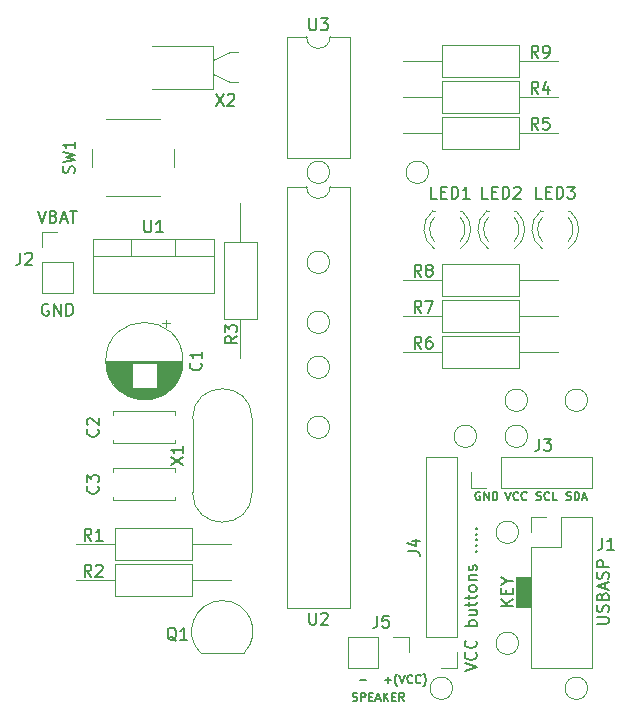
<source format=gbr>
G04 #@! TF.GenerationSoftware,KiCad,Pcbnew,5.1.5-1.fc30*
G04 #@! TF.CreationDate,2020-02-05T00:11:30+03:00*
G04 #@! TF.ProjectId,Tamagotchi-Atmega8,54616d61-676f-4746-9368-692d41746d65,rev?*
G04 #@! TF.SameCoordinates,Original*
G04 #@! TF.FileFunction,Legend,Top*
G04 #@! TF.FilePolarity,Positive*
%FSLAX46Y46*%
G04 Gerber Fmt 4.6, Leading zero omitted, Abs format (unit mm)*
G04 Created by KiCad (PCBNEW 5.1.5-1.fc30) date 2020-02-05 00:11:30*
%MOMM*%
%LPD*%
G04 APERTURE LIST*
%ADD10C,0.150000*%
%ADD11C,0.200000*%
%ADD12C,0.100000*%
%ADD13C,0.120000*%
G04 APERTURE END LIST*
D10*
X193206000Y-103407333D02*
X193306000Y-103440666D01*
X193472666Y-103440666D01*
X193539333Y-103407333D01*
X193572666Y-103374000D01*
X193606000Y-103307333D01*
X193606000Y-103240666D01*
X193572666Y-103174000D01*
X193539333Y-103140666D01*
X193472666Y-103107333D01*
X193339333Y-103074000D01*
X193272666Y-103040666D01*
X193239333Y-103007333D01*
X193206000Y-102940666D01*
X193206000Y-102874000D01*
X193239333Y-102807333D01*
X193272666Y-102774000D01*
X193339333Y-102740666D01*
X193506000Y-102740666D01*
X193606000Y-102774000D01*
X193906000Y-103440666D02*
X193906000Y-102740666D01*
X194072666Y-102740666D01*
X194172666Y-102774000D01*
X194239333Y-102840666D01*
X194272666Y-102907333D01*
X194306000Y-103040666D01*
X194306000Y-103140666D01*
X194272666Y-103274000D01*
X194239333Y-103340666D01*
X194172666Y-103407333D01*
X194072666Y-103440666D01*
X193906000Y-103440666D01*
X194572666Y-103240666D02*
X194906000Y-103240666D01*
X194506000Y-103440666D02*
X194739333Y-102740666D01*
X194972666Y-103440666D01*
X190682666Y-103407333D02*
X190782666Y-103440666D01*
X190949333Y-103440666D01*
X191016000Y-103407333D01*
X191049333Y-103374000D01*
X191082666Y-103307333D01*
X191082666Y-103240666D01*
X191049333Y-103174000D01*
X191016000Y-103140666D01*
X190949333Y-103107333D01*
X190816000Y-103074000D01*
X190749333Y-103040666D01*
X190716000Y-103007333D01*
X190682666Y-102940666D01*
X190682666Y-102874000D01*
X190716000Y-102807333D01*
X190749333Y-102774000D01*
X190816000Y-102740666D01*
X190982666Y-102740666D01*
X191082666Y-102774000D01*
X191782666Y-103374000D02*
X191749333Y-103407333D01*
X191649333Y-103440666D01*
X191582666Y-103440666D01*
X191482666Y-103407333D01*
X191416000Y-103340666D01*
X191382666Y-103274000D01*
X191349333Y-103140666D01*
X191349333Y-103040666D01*
X191382666Y-102907333D01*
X191416000Y-102840666D01*
X191482666Y-102774000D01*
X191582666Y-102740666D01*
X191649333Y-102740666D01*
X191749333Y-102774000D01*
X191782666Y-102807333D01*
X192416000Y-103440666D02*
X192082666Y-103440666D01*
X192082666Y-102740666D01*
X188042666Y-102740666D02*
X188276000Y-103440666D01*
X188509333Y-102740666D01*
X189142666Y-103374000D02*
X189109333Y-103407333D01*
X189009333Y-103440666D01*
X188942666Y-103440666D01*
X188842666Y-103407333D01*
X188776000Y-103340666D01*
X188742666Y-103274000D01*
X188709333Y-103140666D01*
X188709333Y-103040666D01*
X188742666Y-102907333D01*
X188776000Y-102840666D01*
X188842666Y-102774000D01*
X188942666Y-102740666D01*
X189009333Y-102740666D01*
X189109333Y-102774000D01*
X189142666Y-102807333D01*
X189842666Y-103374000D02*
X189809333Y-103407333D01*
X189709333Y-103440666D01*
X189642666Y-103440666D01*
X189542666Y-103407333D01*
X189476000Y-103340666D01*
X189442666Y-103274000D01*
X189409333Y-103140666D01*
X189409333Y-103040666D01*
X189442666Y-102907333D01*
X189476000Y-102840666D01*
X189542666Y-102774000D01*
X189642666Y-102740666D01*
X189709333Y-102740666D01*
X189809333Y-102774000D01*
X189842666Y-102807333D01*
X185902666Y-102774000D02*
X185836000Y-102740666D01*
X185736000Y-102740666D01*
X185636000Y-102774000D01*
X185569333Y-102840666D01*
X185536000Y-102907333D01*
X185502666Y-103040666D01*
X185502666Y-103140666D01*
X185536000Y-103274000D01*
X185569333Y-103340666D01*
X185636000Y-103407333D01*
X185736000Y-103440666D01*
X185802666Y-103440666D01*
X185902666Y-103407333D01*
X185936000Y-103374000D01*
X185936000Y-103140666D01*
X185802666Y-103140666D01*
X186236000Y-103440666D02*
X186236000Y-102740666D01*
X186636000Y-103440666D01*
X186636000Y-102740666D01*
X186969333Y-103440666D02*
X186969333Y-102740666D01*
X187136000Y-102740666D01*
X187236000Y-102774000D01*
X187302666Y-102840666D01*
X187336000Y-102907333D01*
X187369333Y-103040666D01*
X187369333Y-103140666D01*
X187336000Y-103274000D01*
X187302666Y-103340666D01*
X187236000Y-103407333D01*
X187136000Y-103440666D01*
X186969333Y-103440666D01*
D11*
X185618380Y-114101047D02*
X184618380Y-114101047D01*
X184999333Y-114101047D02*
X184951714Y-114005809D01*
X184951714Y-113815333D01*
X184999333Y-113720095D01*
X185046952Y-113672476D01*
X185142190Y-113624857D01*
X185427904Y-113624857D01*
X185523142Y-113672476D01*
X185570761Y-113720095D01*
X185618380Y-113815333D01*
X185618380Y-114005809D01*
X185570761Y-114101047D01*
X184951714Y-112767714D02*
X185618380Y-112767714D01*
X184951714Y-113196285D02*
X185475523Y-113196285D01*
X185570761Y-113148666D01*
X185618380Y-113053428D01*
X185618380Y-112910571D01*
X185570761Y-112815333D01*
X185523142Y-112767714D01*
X184951714Y-112434380D02*
X184951714Y-112053428D01*
X184618380Y-112291523D02*
X185475523Y-112291523D01*
X185570761Y-112243904D01*
X185618380Y-112148666D01*
X185618380Y-112053428D01*
X184951714Y-111862952D02*
X184951714Y-111482000D01*
X184618380Y-111720095D02*
X185475523Y-111720095D01*
X185570761Y-111672476D01*
X185618380Y-111577238D01*
X185618380Y-111482000D01*
X185618380Y-111005809D02*
X185570761Y-111101047D01*
X185523142Y-111148666D01*
X185427904Y-111196285D01*
X185142190Y-111196285D01*
X185046952Y-111148666D01*
X184999333Y-111101047D01*
X184951714Y-111005809D01*
X184951714Y-110862952D01*
X184999333Y-110767714D01*
X185046952Y-110720095D01*
X185142190Y-110672476D01*
X185427904Y-110672476D01*
X185523142Y-110720095D01*
X185570761Y-110767714D01*
X185618380Y-110862952D01*
X185618380Y-111005809D01*
X184951714Y-110243904D02*
X185618380Y-110243904D01*
X185046952Y-110243904D02*
X184999333Y-110196285D01*
X184951714Y-110101047D01*
X184951714Y-109958190D01*
X184999333Y-109862952D01*
X185094571Y-109815333D01*
X185618380Y-109815333D01*
X185570761Y-109386761D02*
X185618380Y-109291523D01*
X185618380Y-109101047D01*
X185570761Y-109005809D01*
X185475523Y-108958190D01*
X185427904Y-108958190D01*
X185332666Y-109005809D01*
X185285047Y-109101047D01*
X185285047Y-109243904D01*
X185237428Y-109339142D01*
X185142190Y-109386761D01*
X185094571Y-109386761D01*
X184999333Y-109339142D01*
X184951714Y-109243904D01*
X184951714Y-109101047D01*
X184999333Y-109005809D01*
X185523142Y-107767714D02*
X185570761Y-107720095D01*
X185618380Y-107767714D01*
X185570761Y-107815333D01*
X185523142Y-107767714D01*
X185618380Y-107767714D01*
X185523142Y-107291523D02*
X185570761Y-107243904D01*
X185618380Y-107291523D01*
X185570761Y-107339142D01*
X185523142Y-107291523D01*
X185618380Y-107291523D01*
X185523142Y-106815333D02*
X185570761Y-106767714D01*
X185618380Y-106815333D01*
X185570761Y-106862952D01*
X185523142Y-106815333D01*
X185618380Y-106815333D01*
X185523142Y-106339142D02*
X185570761Y-106291523D01*
X185618380Y-106339142D01*
X185570761Y-106386761D01*
X185523142Y-106339142D01*
X185618380Y-106339142D01*
X185523142Y-105862952D02*
X185570761Y-105815333D01*
X185618380Y-105862952D01*
X185570761Y-105910571D01*
X185523142Y-105862952D01*
X185618380Y-105862952D01*
X184618380Y-117919333D02*
X185618380Y-117586000D01*
X184618380Y-117252666D01*
X185523142Y-116347904D02*
X185570761Y-116395523D01*
X185618380Y-116538380D01*
X185618380Y-116633619D01*
X185570761Y-116776476D01*
X185475523Y-116871714D01*
X185380285Y-116919333D01*
X185189809Y-116966952D01*
X185046952Y-116966952D01*
X184856476Y-116919333D01*
X184761238Y-116871714D01*
X184666000Y-116776476D01*
X184618380Y-116633619D01*
X184618380Y-116538380D01*
X184666000Y-116395523D01*
X184713619Y-116347904D01*
X185523142Y-115347904D02*
X185570761Y-115395523D01*
X185618380Y-115538380D01*
X185618380Y-115633619D01*
X185570761Y-115776476D01*
X185475523Y-115871714D01*
X185380285Y-115919333D01*
X185189809Y-115966952D01*
X185046952Y-115966952D01*
X184856476Y-115919333D01*
X184761238Y-115871714D01*
X184666000Y-115776476D01*
X184618380Y-115633619D01*
X184618380Y-115538380D01*
X184666000Y-115395523D01*
X184713619Y-115347904D01*
D10*
X175755333Y-118668000D02*
X176288666Y-118668000D01*
X175108666Y-120425333D02*
X175208666Y-120458666D01*
X175375333Y-120458666D01*
X175442000Y-120425333D01*
X175475333Y-120392000D01*
X175508666Y-120325333D01*
X175508666Y-120258666D01*
X175475333Y-120192000D01*
X175442000Y-120158666D01*
X175375333Y-120125333D01*
X175242000Y-120092000D01*
X175175333Y-120058666D01*
X175142000Y-120025333D01*
X175108666Y-119958666D01*
X175108666Y-119892000D01*
X175142000Y-119825333D01*
X175175333Y-119792000D01*
X175242000Y-119758666D01*
X175408666Y-119758666D01*
X175508666Y-119792000D01*
X175808666Y-120458666D02*
X175808666Y-119758666D01*
X176075333Y-119758666D01*
X176142000Y-119792000D01*
X176175333Y-119825333D01*
X176208666Y-119892000D01*
X176208666Y-119992000D01*
X176175333Y-120058666D01*
X176142000Y-120092000D01*
X176075333Y-120125333D01*
X175808666Y-120125333D01*
X176508666Y-120092000D02*
X176742000Y-120092000D01*
X176842000Y-120458666D02*
X176508666Y-120458666D01*
X176508666Y-119758666D01*
X176842000Y-119758666D01*
X177108666Y-120258666D02*
X177442000Y-120258666D01*
X177042000Y-120458666D02*
X177275333Y-119758666D01*
X177508666Y-120458666D01*
X177742000Y-120458666D02*
X177742000Y-119758666D01*
X178142000Y-120458666D02*
X177842000Y-120058666D01*
X178142000Y-119758666D02*
X177742000Y-120158666D01*
X178442000Y-120092000D02*
X178675333Y-120092000D01*
X178775333Y-120458666D02*
X178442000Y-120458666D01*
X178442000Y-119758666D01*
X178775333Y-119758666D01*
X179475333Y-120458666D02*
X179242000Y-120125333D01*
X179075333Y-120458666D02*
X179075333Y-119758666D01*
X179342000Y-119758666D01*
X179408666Y-119792000D01*
X179442000Y-119825333D01*
X179475333Y-119892000D01*
X179475333Y-119992000D01*
X179442000Y-120058666D01*
X179408666Y-120092000D01*
X179342000Y-120125333D01*
X179075333Y-120125333D01*
D11*
X188666380Y-112394857D02*
X187666380Y-112394857D01*
X188666380Y-111823428D02*
X188094952Y-112252000D01*
X187666380Y-111823428D02*
X188237809Y-112394857D01*
X188142571Y-111394857D02*
X188142571Y-111061523D01*
X188666380Y-110918666D02*
X188666380Y-111394857D01*
X187666380Y-111394857D01*
X187666380Y-110918666D01*
X188190190Y-110299619D02*
X188666380Y-110299619D01*
X187666380Y-110632952D02*
X188190190Y-110299619D01*
X187666380Y-109966285D01*
D10*
X177844666Y-118668000D02*
X178378000Y-118668000D01*
X178111333Y-118934666D02*
X178111333Y-118401333D01*
X178911333Y-119201333D02*
X178878000Y-119168000D01*
X178811333Y-119068000D01*
X178778000Y-119001333D01*
X178744666Y-118901333D01*
X178711333Y-118734666D01*
X178711333Y-118601333D01*
X178744666Y-118434666D01*
X178778000Y-118334666D01*
X178811333Y-118268000D01*
X178878000Y-118168000D01*
X178911333Y-118134666D01*
X179078000Y-118234666D02*
X179311333Y-118934666D01*
X179544666Y-118234666D01*
X180178000Y-118868000D02*
X180144666Y-118901333D01*
X180044666Y-118934666D01*
X179978000Y-118934666D01*
X179878000Y-118901333D01*
X179811333Y-118834666D01*
X179778000Y-118768000D01*
X179744666Y-118634666D01*
X179744666Y-118534666D01*
X179778000Y-118401333D01*
X179811333Y-118334666D01*
X179878000Y-118268000D01*
X179978000Y-118234666D01*
X180044666Y-118234666D01*
X180144666Y-118268000D01*
X180178000Y-118301333D01*
X180878000Y-118868000D02*
X180844666Y-118901333D01*
X180744666Y-118934666D01*
X180678000Y-118934666D01*
X180578000Y-118901333D01*
X180511333Y-118834666D01*
X180478000Y-118768000D01*
X180444666Y-118634666D01*
X180444666Y-118534666D01*
X180478000Y-118401333D01*
X180511333Y-118334666D01*
X180578000Y-118268000D01*
X180678000Y-118234666D01*
X180744666Y-118234666D01*
X180844666Y-118268000D01*
X180878000Y-118301333D01*
X181111333Y-119201333D02*
X181144666Y-119168000D01*
X181211333Y-119068000D01*
X181244666Y-119001333D01*
X181278000Y-118901333D01*
X181311333Y-118734666D01*
X181311333Y-118601333D01*
X181278000Y-118434666D01*
X181244666Y-118334666D01*
X181211333Y-118268000D01*
X181144666Y-118168000D01*
X181111333Y-118134666D01*
D12*
G36*
X190246000Y-112522000D02*
G01*
X188976000Y-112522000D01*
X188976000Y-109982000D01*
X190246000Y-109982000D01*
X190246000Y-112522000D01*
G37*
X190246000Y-112522000D02*
X188976000Y-112522000D01*
X188976000Y-109982000D01*
X190246000Y-109982000D01*
X190246000Y-112522000D01*
D11*
X195794380Y-113918666D02*
X196603904Y-113918666D01*
X196699142Y-113871047D01*
X196746761Y-113823428D01*
X196794380Y-113728190D01*
X196794380Y-113537714D01*
X196746761Y-113442476D01*
X196699142Y-113394857D01*
X196603904Y-113347238D01*
X195794380Y-113347238D01*
X196746761Y-112918666D02*
X196794380Y-112775809D01*
X196794380Y-112537714D01*
X196746761Y-112442476D01*
X196699142Y-112394857D01*
X196603904Y-112347238D01*
X196508666Y-112347238D01*
X196413428Y-112394857D01*
X196365809Y-112442476D01*
X196318190Y-112537714D01*
X196270571Y-112728190D01*
X196222952Y-112823428D01*
X196175333Y-112871047D01*
X196080095Y-112918666D01*
X195984857Y-112918666D01*
X195889619Y-112871047D01*
X195842000Y-112823428D01*
X195794380Y-112728190D01*
X195794380Y-112490095D01*
X195842000Y-112347238D01*
X196270571Y-111585333D02*
X196318190Y-111442476D01*
X196365809Y-111394857D01*
X196461047Y-111347238D01*
X196603904Y-111347238D01*
X196699142Y-111394857D01*
X196746761Y-111442476D01*
X196794380Y-111537714D01*
X196794380Y-111918666D01*
X195794380Y-111918666D01*
X195794380Y-111585333D01*
X195842000Y-111490095D01*
X195889619Y-111442476D01*
X195984857Y-111394857D01*
X196080095Y-111394857D01*
X196175333Y-111442476D01*
X196222952Y-111490095D01*
X196270571Y-111585333D01*
X196270571Y-111918666D01*
X196508666Y-110966285D02*
X196508666Y-110490095D01*
X196794380Y-111061523D02*
X195794380Y-110728190D01*
X196794380Y-110394857D01*
X196746761Y-110109142D02*
X196794380Y-109966285D01*
X196794380Y-109728190D01*
X196746761Y-109632952D01*
X196699142Y-109585333D01*
X196603904Y-109537714D01*
X196508666Y-109537714D01*
X196413428Y-109585333D01*
X196365809Y-109632952D01*
X196318190Y-109728190D01*
X196270571Y-109918666D01*
X196222952Y-110013904D01*
X196175333Y-110061523D01*
X196080095Y-110109142D01*
X195984857Y-110109142D01*
X195889619Y-110061523D01*
X195842000Y-110013904D01*
X195794380Y-109918666D01*
X195794380Y-109680571D01*
X195842000Y-109537714D01*
X196794380Y-109109142D02*
X195794380Y-109109142D01*
X195794380Y-108728190D01*
X195842000Y-108632952D01*
X195889619Y-108585333D01*
X195984857Y-108537714D01*
X196127714Y-108537714D01*
X196222952Y-108585333D01*
X196270571Y-108632952D01*
X196318190Y-108728190D01*
X196318190Y-109109142D01*
X149352095Y-86876000D02*
X149256857Y-86828380D01*
X149114000Y-86828380D01*
X148971142Y-86876000D01*
X148875904Y-86971238D01*
X148828285Y-87066476D01*
X148780666Y-87256952D01*
X148780666Y-87399809D01*
X148828285Y-87590285D01*
X148875904Y-87685523D01*
X148971142Y-87780761D01*
X149114000Y-87828380D01*
X149209238Y-87828380D01*
X149352095Y-87780761D01*
X149399714Y-87733142D01*
X149399714Y-87399809D01*
X149209238Y-87399809D01*
X149828285Y-87828380D02*
X149828285Y-86828380D01*
X150399714Y-87828380D01*
X150399714Y-86828380D01*
X150875904Y-87828380D02*
X150875904Y-86828380D01*
X151114000Y-86828380D01*
X151256857Y-86876000D01*
X151352095Y-86971238D01*
X151399714Y-87066476D01*
X151447333Y-87256952D01*
X151447333Y-87399809D01*
X151399714Y-87590285D01*
X151352095Y-87685523D01*
X151256857Y-87780761D01*
X151114000Y-87828380D01*
X150875904Y-87828380D01*
X148471142Y-78954380D02*
X148804476Y-79954380D01*
X149137809Y-78954380D01*
X149804476Y-79430571D02*
X149947333Y-79478190D01*
X149994952Y-79525809D01*
X150042571Y-79621047D01*
X150042571Y-79763904D01*
X149994952Y-79859142D01*
X149947333Y-79906761D01*
X149852095Y-79954380D01*
X149471142Y-79954380D01*
X149471142Y-78954380D01*
X149804476Y-78954380D01*
X149899714Y-79002000D01*
X149947333Y-79049619D01*
X149994952Y-79144857D01*
X149994952Y-79240095D01*
X149947333Y-79335333D01*
X149899714Y-79382952D01*
X149804476Y-79430571D01*
X149471142Y-79430571D01*
X150423523Y-79668666D02*
X150899714Y-79668666D01*
X150328285Y-79954380D02*
X150661619Y-78954380D01*
X150994952Y-79954380D01*
X151185428Y-78954380D02*
X151756857Y-78954380D01*
X151471142Y-79954380D02*
X151471142Y-78954380D01*
D13*
X183576000Y-119380000D02*
G75*
G03X183576000Y-119380000I-950000J0D01*
G01*
X195006000Y-119380000D02*
G75*
G03X195006000Y-119380000I-950000J0D01*
G01*
X160093000Y-81312000D02*
X160093000Y-82822000D01*
X156392000Y-81312000D02*
X156392000Y-82822000D01*
X153122000Y-82822000D02*
X163362000Y-82822000D01*
X163362000Y-81312000D02*
X163362000Y-85953000D01*
X153122000Y-81312000D02*
X153122000Y-85953000D01*
X153122000Y-85953000D02*
X163362000Y-85953000D01*
X153122000Y-81312000D02*
X163362000Y-81312000D01*
X159634000Y-88488759D02*
X159004000Y-88488759D01*
X159319000Y-88173759D02*
X159319000Y-88803759D01*
X157882000Y-94915000D02*
X157078000Y-94915000D01*
X158113000Y-94875000D02*
X156847000Y-94875000D01*
X158282000Y-94835000D02*
X156678000Y-94835000D01*
X158420000Y-94795000D02*
X156540000Y-94795000D01*
X158539000Y-94755000D02*
X156421000Y-94755000D01*
X158645000Y-94715000D02*
X156315000Y-94715000D01*
X158742000Y-94675000D02*
X156218000Y-94675000D01*
X158830000Y-94635000D02*
X156130000Y-94635000D01*
X158912000Y-94595000D02*
X156048000Y-94595000D01*
X158989000Y-94555000D02*
X155971000Y-94555000D01*
X159061000Y-94515000D02*
X155899000Y-94515000D01*
X159130000Y-94475000D02*
X155830000Y-94475000D01*
X159194000Y-94435000D02*
X155766000Y-94435000D01*
X159256000Y-94395000D02*
X155704000Y-94395000D01*
X159314000Y-94355000D02*
X155646000Y-94355000D01*
X159370000Y-94315000D02*
X155590000Y-94315000D01*
X159424000Y-94275000D02*
X155536000Y-94275000D01*
X159475000Y-94235000D02*
X155485000Y-94235000D01*
X159524000Y-94195000D02*
X155436000Y-94195000D01*
X159572000Y-94155000D02*
X155388000Y-94155000D01*
X159617000Y-94115000D02*
X155343000Y-94115000D01*
X159662000Y-94075000D02*
X155298000Y-94075000D01*
X159704000Y-94035000D02*
X155256000Y-94035000D01*
X159745000Y-93995000D02*
X155215000Y-93995000D01*
X156440000Y-93955000D02*
X155175000Y-93955000D01*
X159785000Y-93955000D02*
X158520000Y-93955000D01*
X156440000Y-93915000D02*
X155137000Y-93915000D01*
X159823000Y-93915000D02*
X158520000Y-93915000D01*
X156440000Y-93875000D02*
X155100000Y-93875000D01*
X159860000Y-93875000D02*
X158520000Y-93875000D01*
X156440000Y-93835000D02*
X155064000Y-93835000D01*
X159896000Y-93835000D02*
X158520000Y-93835000D01*
X156440000Y-93795000D02*
X155030000Y-93795000D01*
X159930000Y-93795000D02*
X158520000Y-93795000D01*
X156440000Y-93755000D02*
X154996000Y-93755000D01*
X159964000Y-93755000D02*
X158520000Y-93755000D01*
X156440000Y-93715000D02*
X154964000Y-93715000D01*
X159996000Y-93715000D02*
X158520000Y-93715000D01*
X156440000Y-93675000D02*
X154932000Y-93675000D01*
X160028000Y-93675000D02*
X158520000Y-93675000D01*
X156440000Y-93635000D02*
X154902000Y-93635000D01*
X160058000Y-93635000D02*
X158520000Y-93635000D01*
X156440000Y-93595000D02*
X154873000Y-93595000D01*
X160087000Y-93595000D02*
X158520000Y-93595000D01*
X156440000Y-93555000D02*
X154844000Y-93555000D01*
X160116000Y-93555000D02*
X158520000Y-93555000D01*
X156440000Y-93515000D02*
X154816000Y-93515000D01*
X160144000Y-93515000D02*
X158520000Y-93515000D01*
X156440000Y-93475000D02*
X154790000Y-93475000D01*
X160170000Y-93475000D02*
X158520000Y-93475000D01*
X156440000Y-93435000D02*
X154764000Y-93435000D01*
X160196000Y-93435000D02*
X158520000Y-93435000D01*
X156440000Y-93395000D02*
X154738000Y-93395000D01*
X160222000Y-93395000D02*
X158520000Y-93395000D01*
X156440000Y-93355000D02*
X154714000Y-93355000D01*
X160246000Y-93355000D02*
X158520000Y-93355000D01*
X156440000Y-93315000D02*
X154690000Y-93315000D01*
X160270000Y-93315000D02*
X158520000Y-93315000D01*
X156440000Y-93275000D02*
X154668000Y-93275000D01*
X160292000Y-93275000D02*
X158520000Y-93275000D01*
X156440000Y-93235000D02*
X154646000Y-93235000D01*
X160314000Y-93235000D02*
X158520000Y-93235000D01*
X156440000Y-93195000D02*
X154624000Y-93195000D01*
X160336000Y-93195000D02*
X158520000Y-93195000D01*
X156440000Y-93155000D02*
X154604000Y-93155000D01*
X160356000Y-93155000D02*
X158520000Y-93155000D01*
X156440000Y-93115000D02*
X154584000Y-93115000D01*
X160376000Y-93115000D02*
X158520000Y-93115000D01*
X156440000Y-93075000D02*
X154564000Y-93075000D01*
X160396000Y-93075000D02*
X158520000Y-93075000D01*
X156440000Y-93035000D02*
X154546000Y-93035000D01*
X160414000Y-93035000D02*
X158520000Y-93035000D01*
X156440000Y-92995000D02*
X154528000Y-92995000D01*
X160432000Y-92995000D02*
X158520000Y-92995000D01*
X156440000Y-92955000D02*
X154510000Y-92955000D01*
X160450000Y-92955000D02*
X158520000Y-92955000D01*
X156440000Y-92915000D02*
X154494000Y-92915000D01*
X160466000Y-92915000D02*
X158520000Y-92915000D01*
X156440000Y-92875000D02*
X154478000Y-92875000D01*
X160482000Y-92875000D02*
X158520000Y-92875000D01*
X156440000Y-92835000D02*
X154462000Y-92835000D01*
X160498000Y-92835000D02*
X158520000Y-92835000D01*
X156440000Y-92795000D02*
X154447000Y-92795000D01*
X160513000Y-92795000D02*
X158520000Y-92795000D01*
X156440000Y-92755000D02*
X154433000Y-92755000D01*
X160527000Y-92755000D02*
X158520000Y-92755000D01*
X156440000Y-92715000D02*
X154419000Y-92715000D01*
X160541000Y-92715000D02*
X158520000Y-92715000D01*
X156440000Y-92675000D02*
X154406000Y-92675000D01*
X160554000Y-92675000D02*
X158520000Y-92675000D01*
X156440000Y-92635000D02*
X154394000Y-92635000D01*
X160566000Y-92635000D02*
X158520000Y-92635000D01*
X156440000Y-92595000D02*
X154382000Y-92595000D01*
X160578000Y-92595000D02*
X158520000Y-92595000D01*
X156440000Y-92555000D02*
X154370000Y-92555000D01*
X160590000Y-92555000D02*
X158520000Y-92555000D01*
X156440000Y-92515000D02*
X154359000Y-92515000D01*
X160601000Y-92515000D02*
X158520000Y-92515000D01*
X156440000Y-92475000D02*
X154349000Y-92475000D01*
X160611000Y-92475000D02*
X158520000Y-92475000D01*
X156440000Y-92435000D02*
X154339000Y-92435000D01*
X160621000Y-92435000D02*
X158520000Y-92435000D01*
X156440000Y-92395000D02*
X154330000Y-92395000D01*
X160630000Y-92395000D02*
X158520000Y-92395000D01*
X156440000Y-92354000D02*
X154321000Y-92354000D01*
X160639000Y-92354000D02*
X158520000Y-92354000D01*
X156440000Y-92314000D02*
X154313000Y-92314000D01*
X160647000Y-92314000D02*
X158520000Y-92314000D01*
X156440000Y-92274000D02*
X154305000Y-92274000D01*
X160655000Y-92274000D02*
X158520000Y-92274000D01*
X156440000Y-92234000D02*
X154298000Y-92234000D01*
X160662000Y-92234000D02*
X158520000Y-92234000D01*
X156440000Y-92194000D02*
X154291000Y-92194000D01*
X160669000Y-92194000D02*
X158520000Y-92194000D01*
X156440000Y-92154000D02*
X154285000Y-92154000D01*
X160675000Y-92154000D02*
X158520000Y-92154000D01*
X156440000Y-92114000D02*
X154279000Y-92114000D01*
X160681000Y-92114000D02*
X158520000Y-92114000D01*
X156440000Y-92074000D02*
X154274000Y-92074000D01*
X160686000Y-92074000D02*
X158520000Y-92074000D01*
X156440000Y-92034000D02*
X154269000Y-92034000D01*
X160691000Y-92034000D02*
X158520000Y-92034000D01*
X156440000Y-91994000D02*
X154265000Y-91994000D01*
X160695000Y-91994000D02*
X158520000Y-91994000D01*
X156440000Y-91954000D02*
X154262000Y-91954000D01*
X160698000Y-91954000D02*
X158520000Y-91954000D01*
X156440000Y-91914000D02*
X154258000Y-91914000D01*
X160702000Y-91914000D02*
X158520000Y-91914000D01*
X160704000Y-91874000D02*
X154256000Y-91874000D01*
X160707000Y-91834000D02*
X154253000Y-91834000D01*
X160708000Y-91794000D02*
X154252000Y-91794000D01*
X160710000Y-91754000D02*
X154250000Y-91754000D01*
X160710000Y-91714000D02*
X154250000Y-91714000D01*
X160710000Y-91674000D02*
X154250000Y-91674000D01*
X160750000Y-91674000D02*
G75*
G03X160750000Y-91674000I-3270000J0D01*
G01*
X174692000Y-115002000D02*
X174692000Y-117662000D01*
X177292000Y-115002000D02*
X174692000Y-115002000D01*
X177292000Y-117662000D02*
X174692000Y-117662000D01*
X177292000Y-115002000D02*
X177292000Y-117662000D01*
X178562000Y-115002000D02*
X179892000Y-115002000D01*
X179892000Y-115002000D02*
X179892000Y-116332000D01*
X173162000Y-83312000D02*
G75*
G03X173162000Y-83312000I-950000J0D01*
G01*
X173162000Y-88392000D02*
G75*
G03X173162000Y-88392000I-950000J0D01*
G01*
X185608000Y-98044000D02*
G75*
G03X185608000Y-98044000I-950000J0D01*
G01*
X189926000Y-98044000D02*
G75*
G03X189926000Y-98044000I-950000J0D01*
G01*
X173162000Y-92202000D02*
G75*
G03X173162000Y-92202000I-950000J0D01*
G01*
X173162000Y-97282000D02*
G75*
G03X173162000Y-97282000I-950000J0D01*
G01*
X195006000Y-94996000D02*
G75*
G03X195006000Y-94996000I-950000J0D01*
G01*
X189926000Y-94996000D02*
G75*
G03X189926000Y-94996000I-950000J0D01*
G01*
X189164000Y-106172000D02*
G75*
G03X189164000Y-106172000I-950000J0D01*
G01*
X189164000Y-115570000D02*
G75*
G03X189164000Y-115570000I-950000J0D01*
G01*
X173162000Y-75692000D02*
G75*
G03X173162000Y-75692000I-950000J0D01*
G01*
X181544000Y-75692000D02*
G75*
G03X181544000Y-75692000I-950000J0D01*
G01*
X164716000Y-68072000D02*
X165416000Y-68072000D01*
X163316000Y-67402000D02*
X164716000Y-68072000D01*
X164716000Y-65532000D02*
X165416000Y-65532000D01*
X163316000Y-66202000D02*
X164716000Y-65532000D01*
X163316000Y-68602000D02*
X158166000Y-68602000D01*
X163316000Y-65002000D02*
X163316000Y-68602000D01*
X158166000Y-65002000D02*
X163316000Y-65002000D01*
X166609000Y-96543000D02*
G75*
G03X161559000Y-96543000I-2525000J0D01*
G01*
X166609000Y-102793000D02*
G75*
G02X161559000Y-102793000I-2525000J0D01*
G01*
X166609000Y-102793000D02*
X166609000Y-96543000D01*
X161559000Y-102793000D02*
X161559000Y-96543000D01*
X174862000Y-64202000D02*
X173212000Y-64202000D01*
X174862000Y-74482000D02*
X174862000Y-64202000D01*
X169562000Y-74482000D02*
X174862000Y-74482000D01*
X169562000Y-64202000D02*
X169562000Y-74482000D01*
X171212000Y-64202000D02*
X169562000Y-64202000D01*
X173212000Y-64202000D02*
G75*
G02X171212000Y-64202000I-1000000J0D01*
G01*
X174862000Y-76902000D02*
X173212000Y-76902000D01*
X174862000Y-112582000D02*
X174862000Y-76902000D01*
X169562000Y-112582000D02*
X174862000Y-112582000D01*
X169562000Y-76902000D02*
X169562000Y-112582000D01*
X171212000Y-76902000D02*
X169562000Y-76902000D01*
X173212000Y-76902000D02*
G75*
G02X171212000Y-76902000I-1000000J0D01*
G01*
X153016000Y-73708000D02*
X153016000Y-75208000D01*
X154266000Y-77708000D02*
X158766000Y-77708000D01*
X160016000Y-75208000D02*
X160016000Y-73708000D01*
X158766000Y-71208000D02*
X154266000Y-71208000D01*
X192508000Y-66294000D02*
X189198000Y-66294000D01*
X179348000Y-66294000D02*
X182658000Y-66294000D01*
X189198000Y-64924000D02*
X182658000Y-64924000D01*
X189198000Y-67664000D02*
X189198000Y-64924000D01*
X182658000Y-67664000D02*
X189198000Y-67664000D01*
X182658000Y-64924000D02*
X182658000Y-67664000D01*
X192508000Y-84836000D02*
X189198000Y-84836000D01*
X179348000Y-84836000D02*
X182658000Y-84836000D01*
X189198000Y-83466000D02*
X182658000Y-83466000D01*
X189198000Y-86206000D02*
X189198000Y-83466000D01*
X182658000Y-86206000D02*
X189198000Y-86206000D01*
X182658000Y-83466000D02*
X182658000Y-86206000D01*
X192508000Y-87884000D02*
X189198000Y-87884000D01*
X179348000Y-87884000D02*
X182658000Y-87884000D01*
X189198000Y-86514000D02*
X182658000Y-86514000D01*
X189198000Y-89254000D02*
X189198000Y-86514000D01*
X182658000Y-89254000D02*
X189198000Y-89254000D01*
X182658000Y-86514000D02*
X182658000Y-89254000D01*
X192508000Y-90932000D02*
X189198000Y-90932000D01*
X179348000Y-90932000D02*
X182658000Y-90932000D01*
X189198000Y-89562000D02*
X182658000Y-89562000D01*
X189198000Y-92302000D02*
X189198000Y-89562000D01*
X182658000Y-92302000D02*
X189198000Y-92302000D01*
X182658000Y-89562000D02*
X182658000Y-92302000D01*
X179348000Y-72390000D02*
X182658000Y-72390000D01*
X192508000Y-72390000D02*
X189198000Y-72390000D01*
X182658000Y-73760000D02*
X189198000Y-73760000D01*
X182658000Y-71020000D02*
X182658000Y-73760000D01*
X189198000Y-71020000D02*
X182658000Y-71020000D01*
X189198000Y-73760000D02*
X189198000Y-71020000D01*
X179348000Y-69342000D02*
X182658000Y-69342000D01*
X192508000Y-69342000D02*
X189198000Y-69342000D01*
X182658000Y-70712000D02*
X189198000Y-70712000D01*
X182658000Y-67972000D02*
X182658000Y-70712000D01*
X189198000Y-67972000D02*
X182658000Y-67972000D01*
X189198000Y-70712000D02*
X189198000Y-67972000D01*
X165608000Y-91416000D02*
X165608000Y-88106000D01*
X165608000Y-78256000D02*
X165608000Y-81566000D01*
X166978000Y-88106000D02*
X166978000Y-81566000D01*
X164238000Y-88106000D02*
X166978000Y-88106000D01*
X164238000Y-81566000D02*
X164238000Y-88106000D01*
X166978000Y-81566000D02*
X164238000Y-81566000D01*
X164822000Y-110236000D02*
X161512000Y-110236000D01*
X151662000Y-110236000D02*
X154972000Y-110236000D01*
X161512000Y-108866000D02*
X154972000Y-108866000D01*
X161512000Y-111606000D02*
X161512000Y-108866000D01*
X154972000Y-111606000D02*
X161512000Y-111606000D01*
X154972000Y-108866000D02*
X154972000Y-111606000D01*
X151662000Y-107188000D02*
X154972000Y-107188000D01*
X164822000Y-107188000D02*
X161512000Y-107188000D01*
X154972000Y-108558000D02*
X161512000Y-108558000D01*
X154972000Y-105818000D02*
X154972000Y-108558000D01*
X161512000Y-105818000D02*
X154972000Y-105818000D01*
X161512000Y-108558000D02*
X161512000Y-105818000D01*
X165922478Y-116392478D02*
G75*
G03X164084000Y-111954000I-1838478J1838478D01*
G01*
X162245522Y-116392478D02*
G75*
G02X164084000Y-111954000I1838478J1838478D01*
G01*
X162284000Y-116404000D02*
X165884000Y-116404000D01*
X191198000Y-78958000D02*
X191042000Y-78958000D01*
X193514000Y-78958000D02*
X193358000Y-78958000D01*
X191198163Y-81559130D02*
G75*
G02X191198000Y-79477039I1079837J1041130D01*
G01*
X193357837Y-81559130D02*
G75*
G03X193358000Y-79477039I-1079837J1041130D01*
G01*
X191199392Y-82190335D02*
G75*
G02X191042484Y-78958000I1078608J1672335D01*
G01*
X193356608Y-82190335D02*
G75*
G03X193513516Y-78958000I-1078608J1672335D01*
G01*
X186626000Y-78958000D02*
X186470000Y-78958000D01*
X188942000Y-78958000D02*
X188786000Y-78958000D01*
X186626163Y-81559130D02*
G75*
G02X186626000Y-79477039I1079837J1041130D01*
G01*
X188785837Y-81559130D02*
G75*
G03X188786000Y-79477039I-1079837J1041130D01*
G01*
X186627392Y-82190335D02*
G75*
G02X186470484Y-78958000I1078608J1672335D01*
G01*
X188784608Y-82190335D02*
G75*
G03X188941516Y-78958000I-1078608J1672335D01*
G01*
X182054000Y-78958000D02*
X181898000Y-78958000D01*
X184370000Y-78958000D02*
X184214000Y-78958000D01*
X182054163Y-81559130D02*
G75*
G02X182054000Y-79477039I1079837J1041130D01*
G01*
X184213837Y-81559130D02*
G75*
G03X184214000Y-79477039I-1079837J1041130D01*
G01*
X182055392Y-82190335D02*
G75*
G02X181898484Y-78958000I1078608J1672335D01*
G01*
X184212608Y-82190335D02*
G75*
G03X184369516Y-78958000I-1078608J1672335D01*
G01*
X183956000Y-117662000D02*
X182626000Y-117662000D01*
X183956000Y-116332000D02*
X183956000Y-117662000D01*
X183956000Y-115062000D02*
X181296000Y-115062000D01*
X181296000Y-115062000D02*
X181296000Y-99762000D01*
X183956000Y-115062000D02*
X183956000Y-99762000D01*
X183956000Y-99762000D02*
X181296000Y-99762000D01*
X185106000Y-102422000D02*
X185106000Y-101092000D01*
X186436000Y-102422000D02*
X185106000Y-102422000D01*
X187706000Y-102422000D02*
X187706000Y-99762000D01*
X187706000Y-99762000D02*
X195386000Y-99762000D01*
X187706000Y-102422000D02*
X195386000Y-102422000D01*
X195386000Y-102422000D02*
X195386000Y-99762000D01*
X148784000Y-80712000D02*
X150114000Y-80712000D01*
X148784000Y-82042000D02*
X148784000Y-80712000D01*
X148784000Y-83312000D02*
X151444000Y-83312000D01*
X151444000Y-83312000D02*
X151444000Y-85912000D01*
X148784000Y-83312000D02*
X148784000Y-85912000D01*
X148784000Y-85912000D02*
X151444000Y-85912000D01*
X190186000Y-104842000D02*
X191516000Y-104842000D01*
X190186000Y-106172000D02*
X190186000Y-104842000D01*
X192786000Y-104842000D02*
X195386000Y-104842000D01*
X192786000Y-107442000D02*
X192786000Y-104842000D01*
X190186000Y-107442000D02*
X192786000Y-107442000D01*
X195386000Y-104842000D02*
X195386000Y-117662000D01*
X190186000Y-107442000D02*
X190186000Y-117662000D01*
X190186000Y-117662000D02*
X195386000Y-117662000D01*
X160060000Y-103163000D02*
X160060000Y-103478000D01*
X160060000Y-100738000D02*
X160060000Y-101053000D01*
X154820000Y-103163000D02*
X154820000Y-103478000D01*
X154820000Y-100738000D02*
X154820000Y-101053000D01*
X154820000Y-103478000D02*
X160060000Y-103478000D01*
X154820000Y-100738000D02*
X160060000Y-100738000D01*
X160060000Y-98337000D02*
X160060000Y-98652000D01*
X160060000Y-95912000D02*
X160060000Y-96227000D01*
X154820000Y-98337000D02*
X154820000Y-98652000D01*
X154820000Y-95912000D02*
X154820000Y-96227000D01*
X154820000Y-98652000D02*
X160060000Y-98652000D01*
X154820000Y-95912000D02*
X160060000Y-95912000D01*
D10*
X157480095Y-79764380D02*
X157480095Y-80573904D01*
X157527714Y-80669142D01*
X157575333Y-80716761D01*
X157670571Y-80764380D01*
X157861047Y-80764380D01*
X157956285Y-80716761D01*
X158003904Y-80669142D01*
X158051523Y-80573904D01*
X158051523Y-79764380D01*
X159051523Y-80764380D02*
X158480095Y-80764380D01*
X158765809Y-80764380D02*
X158765809Y-79764380D01*
X158670571Y-79907238D01*
X158575333Y-80002476D01*
X158480095Y-80050095D01*
X162237142Y-91840666D02*
X162284761Y-91888285D01*
X162332380Y-92031142D01*
X162332380Y-92126380D01*
X162284761Y-92269238D01*
X162189523Y-92364476D01*
X162094285Y-92412095D01*
X161903809Y-92459714D01*
X161760952Y-92459714D01*
X161570476Y-92412095D01*
X161475238Y-92364476D01*
X161380000Y-92269238D01*
X161332380Y-92126380D01*
X161332380Y-92031142D01*
X161380000Y-91888285D01*
X161427619Y-91840666D01*
X162332380Y-90888285D02*
X162332380Y-91459714D01*
X162332380Y-91174000D02*
X161332380Y-91174000D01*
X161475238Y-91269238D01*
X161570476Y-91364476D01*
X161618095Y-91459714D01*
X177212666Y-113244380D02*
X177212666Y-113958666D01*
X177165047Y-114101523D01*
X177069809Y-114196761D01*
X176926952Y-114244380D01*
X176831714Y-114244380D01*
X178165047Y-113244380D02*
X177688857Y-113244380D01*
X177641238Y-113720571D01*
X177688857Y-113672952D01*
X177784095Y-113625333D01*
X178022190Y-113625333D01*
X178117428Y-113672952D01*
X178165047Y-113720571D01*
X178212666Y-113815809D01*
X178212666Y-114053904D01*
X178165047Y-114149142D01*
X178117428Y-114196761D01*
X178022190Y-114244380D01*
X177784095Y-114244380D01*
X177688857Y-114196761D01*
X177641238Y-114149142D01*
X163528476Y-69048380D02*
X164195142Y-70048380D01*
X164195142Y-69048380D02*
X163528476Y-70048380D01*
X164528476Y-69143619D02*
X164576095Y-69096000D01*
X164671333Y-69048380D01*
X164909428Y-69048380D01*
X165004666Y-69096000D01*
X165052285Y-69143619D01*
X165099904Y-69238857D01*
X165099904Y-69334095D01*
X165052285Y-69476952D01*
X164480857Y-70048380D01*
X165099904Y-70048380D01*
X159726380Y-100477523D02*
X160726380Y-99810857D01*
X159726380Y-99810857D02*
X160726380Y-100477523D01*
X160726380Y-98906095D02*
X160726380Y-99477523D01*
X160726380Y-99191809D02*
X159726380Y-99191809D01*
X159869238Y-99287047D01*
X159964476Y-99382285D01*
X160012095Y-99477523D01*
X171450095Y-62654380D02*
X171450095Y-63463904D01*
X171497714Y-63559142D01*
X171545333Y-63606761D01*
X171640571Y-63654380D01*
X171831047Y-63654380D01*
X171926285Y-63606761D01*
X171973904Y-63559142D01*
X172021523Y-63463904D01*
X172021523Y-62654380D01*
X172402476Y-62654380D02*
X173021523Y-62654380D01*
X172688190Y-63035333D01*
X172831047Y-63035333D01*
X172926285Y-63082952D01*
X172973904Y-63130571D01*
X173021523Y-63225809D01*
X173021523Y-63463904D01*
X172973904Y-63559142D01*
X172926285Y-63606761D01*
X172831047Y-63654380D01*
X172545333Y-63654380D01*
X172450095Y-63606761D01*
X172402476Y-63559142D01*
X171450095Y-112990380D02*
X171450095Y-113799904D01*
X171497714Y-113895142D01*
X171545333Y-113942761D01*
X171640571Y-113990380D01*
X171831047Y-113990380D01*
X171926285Y-113942761D01*
X171973904Y-113895142D01*
X172021523Y-113799904D01*
X172021523Y-112990380D01*
X172450095Y-113085619D02*
X172497714Y-113038000D01*
X172592952Y-112990380D01*
X172831047Y-112990380D01*
X172926285Y-113038000D01*
X172973904Y-113085619D01*
X173021523Y-113180857D01*
X173021523Y-113276095D01*
X172973904Y-113418952D01*
X172402476Y-113990380D01*
X173021523Y-113990380D01*
X151534761Y-75755333D02*
X151582380Y-75612476D01*
X151582380Y-75374380D01*
X151534761Y-75279142D01*
X151487142Y-75231523D01*
X151391904Y-75183904D01*
X151296666Y-75183904D01*
X151201428Y-75231523D01*
X151153809Y-75279142D01*
X151106190Y-75374380D01*
X151058571Y-75564857D01*
X151010952Y-75660095D01*
X150963333Y-75707714D01*
X150868095Y-75755333D01*
X150772857Y-75755333D01*
X150677619Y-75707714D01*
X150630000Y-75660095D01*
X150582380Y-75564857D01*
X150582380Y-75326761D01*
X150630000Y-75183904D01*
X150582380Y-74850571D02*
X151582380Y-74612476D01*
X150868095Y-74422000D01*
X151582380Y-74231523D01*
X150582380Y-73993428D01*
X151582380Y-73088666D02*
X151582380Y-73660095D01*
X151582380Y-73374380D02*
X150582380Y-73374380D01*
X150725238Y-73469619D01*
X150820476Y-73564857D01*
X150868095Y-73660095D01*
X190841333Y-65984380D02*
X190508000Y-65508190D01*
X190269904Y-65984380D02*
X190269904Y-64984380D01*
X190650857Y-64984380D01*
X190746095Y-65032000D01*
X190793714Y-65079619D01*
X190841333Y-65174857D01*
X190841333Y-65317714D01*
X190793714Y-65412952D01*
X190746095Y-65460571D01*
X190650857Y-65508190D01*
X190269904Y-65508190D01*
X191317523Y-65984380D02*
X191508000Y-65984380D01*
X191603238Y-65936761D01*
X191650857Y-65889142D01*
X191746095Y-65746285D01*
X191793714Y-65555809D01*
X191793714Y-65174857D01*
X191746095Y-65079619D01*
X191698476Y-65032000D01*
X191603238Y-64984380D01*
X191412761Y-64984380D01*
X191317523Y-65032000D01*
X191269904Y-65079619D01*
X191222285Y-65174857D01*
X191222285Y-65412952D01*
X191269904Y-65508190D01*
X191317523Y-65555809D01*
X191412761Y-65603428D01*
X191603238Y-65603428D01*
X191698476Y-65555809D01*
X191746095Y-65508190D01*
X191793714Y-65412952D01*
X180935333Y-84526380D02*
X180602000Y-84050190D01*
X180363904Y-84526380D02*
X180363904Y-83526380D01*
X180744857Y-83526380D01*
X180840095Y-83574000D01*
X180887714Y-83621619D01*
X180935333Y-83716857D01*
X180935333Y-83859714D01*
X180887714Y-83954952D01*
X180840095Y-84002571D01*
X180744857Y-84050190D01*
X180363904Y-84050190D01*
X181506761Y-83954952D02*
X181411523Y-83907333D01*
X181363904Y-83859714D01*
X181316285Y-83764476D01*
X181316285Y-83716857D01*
X181363904Y-83621619D01*
X181411523Y-83574000D01*
X181506761Y-83526380D01*
X181697238Y-83526380D01*
X181792476Y-83574000D01*
X181840095Y-83621619D01*
X181887714Y-83716857D01*
X181887714Y-83764476D01*
X181840095Y-83859714D01*
X181792476Y-83907333D01*
X181697238Y-83954952D01*
X181506761Y-83954952D01*
X181411523Y-84002571D01*
X181363904Y-84050190D01*
X181316285Y-84145428D01*
X181316285Y-84335904D01*
X181363904Y-84431142D01*
X181411523Y-84478761D01*
X181506761Y-84526380D01*
X181697238Y-84526380D01*
X181792476Y-84478761D01*
X181840095Y-84431142D01*
X181887714Y-84335904D01*
X181887714Y-84145428D01*
X181840095Y-84050190D01*
X181792476Y-84002571D01*
X181697238Y-83954952D01*
X180935333Y-87574380D02*
X180602000Y-87098190D01*
X180363904Y-87574380D02*
X180363904Y-86574380D01*
X180744857Y-86574380D01*
X180840095Y-86622000D01*
X180887714Y-86669619D01*
X180935333Y-86764857D01*
X180935333Y-86907714D01*
X180887714Y-87002952D01*
X180840095Y-87050571D01*
X180744857Y-87098190D01*
X180363904Y-87098190D01*
X181268666Y-86574380D02*
X181935333Y-86574380D01*
X181506761Y-87574380D01*
X180935333Y-90622380D02*
X180602000Y-90146190D01*
X180363904Y-90622380D02*
X180363904Y-89622380D01*
X180744857Y-89622380D01*
X180840095Y-89670000D01*
X180887714Y-89717619D01*
X180935333Y-89812857D01*
X180935333Y-89955714D01*
X180887714Y-90050952D01*
X180840095Y-90098571D01*
X180744857Y-90146190D01*
X180363904Y-90146190D01*
X181792476Y-89622380D02*
X181602000Y-89622380D01*
X181506761Y-89670000D01*
X181459142Y-89717619D01*
X181363904Y-89860476D01*
X181316285Y-90050952D01*
X181316285Y-90431904D01*
X181363904Y-90527142D01*
X181411523Y-90574761D01*
X181506761Y-90622380D01*
X181697238Y-90622380D01*
X181792476Y-90574761D01*
X181840095Y-90527142D01*
X181887714Y-90431904D01*
X181887714Y-90193809D01*
X181840095Y-90098571D01*
X181792476Y-90050952D01*
X181697238Y-90003333D01*
X181506761Y-90003333D01*
X181411523Y-90050952D01*
X181363904Y-90098571D01*
X181316285Y-90193809D01*
X190841333Y-72080380D02*
X190508000Y-71604190D01*
X190269904Y-72080380D02*
X190269904Y-71080380D01*
X190650857Y-71080380D01*
X190746095Y-71128000D01*
X190793714Y-71175619D01*
X190841333Y-71270857D01*
X190841333Y-71413714D01*
X190793714Y-71508952D01*
X190746095Y-71556571D01*
X190650857Y-71604190D01*
X190269904Y-71604190D01*
X191746095Y-71080380D02*
X191269904Y-71080380D01*
X191222285Y-71556571D01*
X191269904Y-71508952D01*
X191365142Y-71461333D01*
X191603238Y-71461333D01*
X191698476Y-71508952D01*
X191746095Y-71556571D01*
X191793714Y-71651809D01*
X191793714Y-71889904D01*
X191746095Y-71985142D01*
X191698476Y-72032761D01*
X191603238Y-72080380D01*
X191365142Y-72080380D01*
X191269904Y-72032761D01*
X191222285Y-71985142D01*
X190841333Y-69032380D02*
X190508000Y-68556190D01*
X190269904Y-69032380D02*
X190269904Y-68032380D01*
X190650857Y-68032380D01*
X190746095Y-68080000D01*
X190793714Y-68127619D01*
X190841333Y-68222857D01*
X190841333Y-68365714D01*
X190793714Y-68460952D01*
X190746095Y-68508571D01*
X190650857Y-68556190D01*
X190269904Y-68556190D01*
X191698476Y-68365714D02*
X191698476Y-69032380D01*
X191460380Y-67984761D02*
X191222285Y-68699047D01*
X191841333Y-68699047D01*
X165298380Y-89574666D02*
X164822190Y-89908000D01*
X165298380Y-90146095D02*
X164298380Y-90146095D01*
X164298380Y-89765142D01*
X164346000Y-89669904D01*
X164393619Y-89622285D01*
X164488857Y-89574666D01*
X164631714Y-89574666D01*
X164726952Y-89622285D01*
X164774571Y-89669904D01*
X164822190Y-89765142D01*
X164822190Y-90146095D01*
X164298380Y-89241333D02*
X164298380Y-88622285D01*
X164679333Y-88955619D01*
X164679333Y-88812761D01*
X164726952Y-88717523D01*
X164774571Y-88669904D01*
X164869809Y-88622285D01*
X165107904Y-88622285D01*
X165203142Y-88669904D01*
X165250761Y-88717523D01*
X165298380Y-88812761D01*
X165298380Y-89098476D01*
X165250761Y-89193714D01*
X165203142Y-89241333D01*
X152995333Y-109926380D02*
X152662000Y-109450190D01*
X152423904Y-109926380D02*
X152423904Y-108926380D01*
X152804857Y-108926380D01*
X152900095Y-108974000D01*
X152947714Y-109021619D01*
X152995333Y-109116857D01*
X152995333Y-109259714D01*
X152947714Y-109354952D01*
X152900095Y-109402571D01*
X152804857Y-109450190D01*
X152423904Y-109450190D01*
X153376285Y-109021619D02*
X153423904Y-108974000D01*
X153519142Y-108926380D01*
X153757238Y-108926380D01*
X153852476Y-108974000D01*
X153900095Y-109021619D01*
X153947714Y-109116857D01*
X153947714Y-109212095D01*
X153900095Y-109354952D01*
X153328666Y-109926380D01*
X153947714Y-109926380D01*
X152995333Y-106878380D02*
X152662000Y-106402190D01*
X152423904Y-106878380D02*
X152423904Y-105878380D01*
X152804857Y-105878380D01*
X152900095Y-105926000D01*
X152947714Y-105973619D01*
X152995333Y-106068857D01*
X152995333Y-106211714D01*
X152947714Y-106306952D01*
X152900095Y-106354571D01*
X152804857Y-106402190D01*
X152423904Y-106402190D01*
X153947714Y-106878380D02*
X153376285Y-106878380D01*
X153662000Y-106878380D02*
X153662000Y-105878380D01*
X153566761Y-106021238D01*
X153471523Y-106116476D01*
X153376285Y-106164095D01*
X160178761Y-115355619D02*
X160083523Y-115308000D01*
X159988285Y-115212761D01*
X159845428Y-115069904D01*
X159750190Y-115022285D01*
X159654952Y-115022285D01*
X159702571Y-115260380D02*
X159607333Y-115212761D01*
X159512095Y-115117523D01*
X159464476Y-114927047D01*
X159464476Y-114593714D01*
X159512095Y-114403238D01*
X159607333Y-114308000D01*
X159702571Y-114260380D01*
X159893047Y-114260380D01*
X159988285Y-114308000D01*
X160083523Y-114403238D01*
X160131142Y-114593714D01*
X160131142Y-114927047D01*
X160083523Y-115117523D01*
X159988285Y-115212761D01*
X159893047Y-115260380D01*
X159702571Y-115260380D01*
X161083523Y-115260380D02*
X160512095Y-115260380D01*
X160797809Y-115260380D02*
X160797809Y-114260380D01*
X160702571Y-114403238D01*
X160607333Y-114498476D01*
X160512095Y-114546095D01*
X191158952Y-77922380D02*
X190682761Y-77922380D01*
X190682761Y-76922380D01*
X191492285Y-77398571D02*
X191825619Y-77398571D01*
X191968476Y-77922380D02*
X191492285Y-77922380D01*
X191492285Y-76922380D01*
X191968476Y-76922380D01*
X192397047Y-77922380D02*
X192397047Y-76922380D01*
X192635142Y-76922380D01*
X192778000Y-76970000D01*
X192873238Y-77065238D01*
X192920857Y-77160476D01*
X192968476Y-77350952D01*
X192968476Y-77493809D01*
X192920857Y-77684285D01*
X192873238Y-77779523D01*
X192778000Y-77874761D01*
X192635142Y-77922380D01*
X192397047Y-77922380D01*
X193301809Y-76922380D02*
X193920857Y-76922380D01*
X193587523Y-77303333D01*
X193730380Y-77303333D01*
X193825619Y-77350952D01*
X193873238Y-77398571D01*
X193920857Y-77493809D01*
X193920857Y-77731904D01*
X193873238Y-77827142D01*
X193825619Y-77874761D01*
X193730380Y-77922380D01*
X193444666Y-77922380D01*
X193349428Y-77874761D01*
X193301809Y-77827142D01*
X186586952Y-77922380D02*
X186110761Y-77922380D01*
X186110761Y-76922380D01*
X186920285Y-77398571D02*
X187253619Y-77398571D01*
X187396476Y-77922380D02*
X186920285Y-77922380D01*
X186920285Y-76922380D01*
X187396476Y-76922380D01*
X187825047Y-77922380D02*
X187825047Y-76922380D01*
X188063142Y-76922380D01*
X188206000Y-76970000D01*
X188301238Y-77065238D01*
X188348857Y-77160476D01*
X188396476Y-77350952D01*
X188396476Y-77493809D01*
X188348857Y-77684285D01*
X188301238Y-77779523D01*
X188206000Y-77874761D01*
X188063142Y-77922380D01*
X187825047Y-77922380D01*
X188777428Y-77017619D02*
X188825047Y-76970000D01*
X188920285Y-76922380D01*
X189158380Y-76922380D01*
X189253619Y-76970000D01*
X189301238Y-77017619D01*
X189348857Y-77112857D01*
X189348857Y-77208095D01*
X189301238Y-77350952D01*
X188729809Y-77922380D01*
X189348857Y-77922380D01*
X182268952Y-77922380D02*
X181792761Y-77922380D01*
X181792761Y-76922380D01*
X182602285Y-77398571D02*
X182935619Y-77398571D01*
X183078476Y-77922380D02*
X182602285Y-77922380D01*
X182602285Y-76922380D01*
X183078476Y-76922380D01*
X183507047Y-77922380D02*
X183507047Y-76922380D01*
X183745142Y-76922380D01*
X183888000Y-76970000D01*
X183983238Y-77065238D01*
X184030857Y-77160476D01*
X184078476Y-77350952D01*
X184078476Y-77493809D01*
X184030857Y-77684285D01*
X183983238Y-77779523D01*
X183888000Y-77874761D01*
X183745142Y-77922380D01*
X183507047Y-77922380D01*
X185030857Y-77922380D02*
X184459428Y-77922380D01*
X184745142Y-77922380D02*
X184745142Y-76922380D01*
X184649904Y-77065238D01*
X184554666Y-77160476D01*
X184459428Y-77208095D01*
X179792380Y-107775333D02*
X180506666Y-107775333D01*
X180649523Y-107822952D01*
X180744761Y-107918190D01*
X180792380Y-108061047D01*
X180792380Y-108156285D01*
X180125714Y-106870571D02*
X180792380Y-106870571D01*
X179744761Y-107108666D02*
X180459047Y-107346761D01*
X180459047Y-106727714D01*
X190928666Y-98258380D02*
X190928666Y-98972666D01*
X190881047Y-99115523D01*
X190785809Y-99210761D01*
X190642952Y-99258380D01*
X190547714Y-99258380D01*
X191309619Y-98258380D02*
X191928666Y-98258380D01*
X191595333Y-98639333D01*
X191738190Y-98639333D01*
X191833428Y-98686952D01*
X191881047Y-98734571D01*
X191928666Y-98829809D01*
X191928666Y-99067904D01*
X191881047Y-99163142D01*
X191833428Y-99210761D01*
X191738190Y-99258380D01*
X191452476Y-99258380D01*
X191357238Y-99210761D01*
X191309619Y-99163142D01*
X146986666Y-82510380D02*
X146986666Y-83224666D01*
X146939047Y-83367523D01*
X146843809Y-83462761D01*
X146700952Y-83510380D01*
X146605714Y-83510380D01*
X147415238Y-82605619D02*
X147462857Y-82558000D01*
X147558095Y-82510380D01*
X147796190Y-82510380D01*
X147891428Y-82558000D01*
X147939047Y-82605619D01*
X147986666Y-82700857D01*
X147986666Y-82796095D01*
X147939047Y-82938952D01*
X147367619Y-83510380D01*
X147986666Y-83510380D01*
X196262666Y-106640380D02*
X196262666Y-107354666D01*
X196215047Y-107497523D01*
X196119809Y-107592761D01*
X195976952Y-107640380D01*
X195881714Y-107640380D01*
X197262666Y-107640380D02*
X196691238Y-107640380D01*
X196976952Y-107640380D02*
X196976952Y-106640380D01*
X196881714Y-106783238D01*
X196786476Y-106878476D01*
X196691238Y-106926095D01*
X153519142Y-102274666D02*
X153566761Y-102322285D01*
X153614380Y-102465142D01*
X153614380Y-102560380D01*
X153566761Y-102703238D01*
X153471523Y-102798476D01*
X153376285Y-102846095D01*
X153185809Y-102893714D01*
X153042952Y-102893714D01*
X152852476Y-102846095D01*
X152757238Y-102798476D01*
X152662000Y-102703238D01*
X152614380Y-102560380D01*
X152614380Y-102465142D01*
X152662000Y-102322285D01*
X152709619Y-102274666D01*
X152614380Y-101941333D02*
X152614380Y-101322285D01*
X152995333Y-101655619D01*
X152995333Y-101512761D01*
X153042952Y-101417523D01*
X153090571Y-101369904D01*
X153185809Y-101322285D01*
X153423904Y-101322285D01*
X153519142Y-101369904D01*
X153566761Y-101417523D01*
X153614380Y-101512761D01*
X153614380Y-101798476D01*
X153566761Y-101893714D01*
X153519142Y-101941333D01*
X153519142Y-97448666D02*
X153566761Y-97496285D01*
X153614380Y-97639142D01*
X153614380Y-97734380D01*
X153566761Y-97877238D01*
X153471523Y-97972476D01*
X153376285Y-98020095D01*
X153185809Y-98067714D01*
X153042952Y-98067714D01*
X152852476Y-98020095D01*
X152757238Y-97972476D01*
X152662000Y-97877238D01*
X152614380Y-97734380D01*
X152614380Y-97639142D01*
X152662000Y-97496285D01*
X152709619Y-97448666D01*
X152709619Y-97067714D02*
X152662000Y-97020095D01*
X152614380Y-96924857D01*
X152614380Y-96686761D01*
X152662000Y-96591523D01*
X152709619Y-96543904D01*
X152804857Y-96496285D01*
X152900095Y-96496285D01*
X153042952Y-96543904D01*
X153614380Y-97115333D01*
X153614380Y-96496285D01*
M02*

</source>
